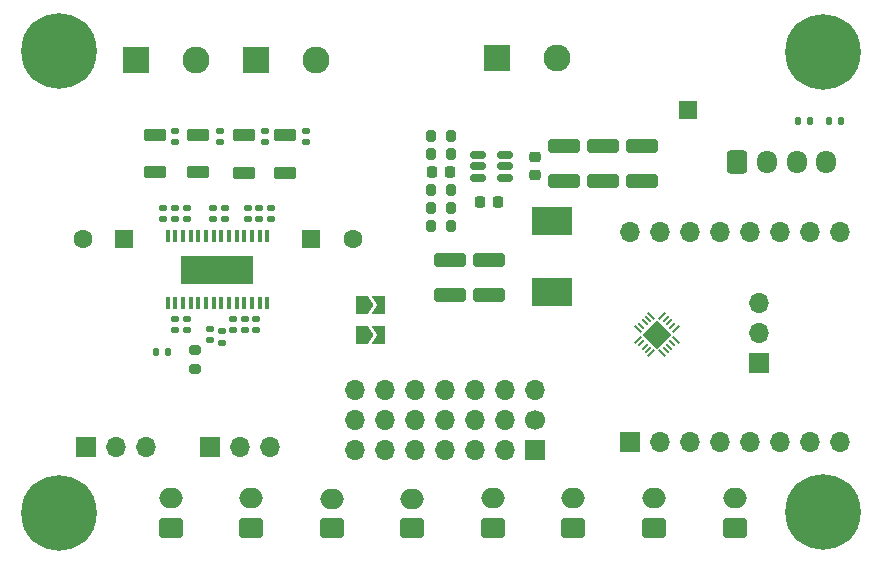
<source format=gbr>
G04 #@! TF.GenerationSoftware,KiCad,Pcbnew,7.0.5*
G04 #@! TF.CreationDate,2024-02-12T19:58:57-06:00*
G04 #@! TF.ProjectId,ATTinyBreakOut_DFRobot_Amp,41545469-6e79-4427-9265-616b4f75745f,rev?*
G04 #@! TF.SameCoordinates,Original*
G04 #@! TF.FileFunction,Soldermask,Top*
G04 #@! TF.FilePolarity,Negative*
%FSLAX46Y46*%
G04 Gerber Fmt 4.6, Leading zero omitted, Abs format (unit mm)*
G04 Created by KiCad (PCBNEW 7.0.5) date 2024-02-12 19:58:57*
%MOMM*%
%LPD*%
G01*
G04 APERTURE LIST*
G04 Aperture macros list*
%AMRoundRect*
0 Rectangle with rounded corners*
0 $1 Rounding radius*
0 $2 $3 $4 $5 $6 $7 $8 $9 X,Y pos of 4 corners*
0 Add a 4 corners polygon primitive as box body*
4,1,4,$2,$3,$4,$5,$6,$7,$8,$9,$2,$3,0*
0 Add four circle primitives for the rounded corners*
1,1,$1+$1,$2,$3*
1,1,$1+$1,$4,$5*
1,1,$1+$1,$6,$7*
1,1,$1+$1,$8,$9*
0 Add four rect primitives between the rounded corners*
20,1,$1+$1,$2,$3,$4,$5,0*
20,1,$1+$1,$4,$5,$6,$7,0*
20,1,$1+$1,$6,$7,$8,$9,0*
20,1,$1+$1,$8,$9,$2,$3,0*%
%AMRotRect*
0 Rectangle, with rotation*
0 The origin of the aperture is its center*
0 $1 length*
0 $2 width*
0 $3 Rotation angle, in degrees counterclockwise*
0 Add horizontal line*
21,1,$1,$2,0,0,$3*%
%AMFreePoly0*
4,1,6,1.000000,0.000000,0.500000,-0.750000,-0.500000,-0.750000,-0.500000,0.750000,0.500000,0.750000,1.000000,0.000000,1.000000,0.000000,$1*%
%AMFreePoly1*
4,1,6,0.500000,-0.750000,-0.650000,-0.750000,-0.150000,0.000000,-0.650000,0.750000,0.500000,0.750000,0.500000,-0.750000,0.500000,-0.750000,$1*%
%AMFreePoly2*
4,1,14,0.334644,0.085355,0.385355,0.034644,0.400000,-0.000711,0.400000,-0.050000,0.385355,-0.085355,0.350000,-0.100000,-0.350000,-0.100000,-0.385355,-0.085355,-0.400000,-0.050000,-0.400000,0.050000,-0.385355,0.085355,-0.350000,0.100000,0.299289,0.100000,0.334644,0.085355,0.334644,0.085355,$1*%
%AMFreePoly3*
4,1,14,0.385355,0.085355,0.400000,0.050000,0.400000,0.000711,0.385355,-0.034644,0.334644,-0.085355,0.299289,-0.100000,-0.350000,-0.100000,-0.385355,-0.085355,-0.400000,-0.050000,-0.400000,0.050000,-0.385355,0.085355,-0.350000,0.100000,0.350000,0.100000,0.385355,0.085355,0.385355,0.085355,$1*%
%AMFreePoly4*
4,1,14,0.085355,0.385355,0.100000,0.350000,0.100000,-0.350000,0.085355,-0.385355,0.050000,-0.400000,-0.050000,-0.400000,-0.085355,-0.385355,-0.100000,-0.350000,-0.100000,0.299289,-0.085355,0.334644,-0.034644,0.385355,0.000711,0.400000,0.050000,0.400000,0.085355,0.385355,0.085355,0.385355,$1*%
%AMFreePoly5*
4,1,14,0.034644,0.385355,0.085355,0.334644,0.100000,0.299289,0.100000,-0.350000,0.085355,-0.385355,0.050000,-0.400000,-0.050000,-0.400000,-0.085355,-0.385355,-0.100000,-0.350000,-0.100000,0.350000,-0.085355,0.385355,-0.050000,0.400000,-0.000711,0.400000,0.034644,0.385355,0.034644,0.385355,$1*%
%AMFreePoly6*
4,1,14,0.385355,0.085355,0.400000,0.050000,0.400000,-0.050000,0.385355,-0.085355,0.350000,-0.100000,-0.299289,-0.100000,-0.334644,-0.085355,-0.385355,-0.034644,-0.400000,0.000711,-0.400000,0.050000,-0.385355,0.085355,-0.350000,0.100000,0.350000,0.100000,0.385355,0.085355,0.385355,0.085355,$1*%
%AMFreePoly7*
4,1,14,0.385355,0.085355,0.400000,0.050000,0.400000,-0.050000,0.385355,-0.085355,0.350000,-0.100000,-0.350000,-0.100000,-0.385355,-0.085355,-0.400000,-0.050000,-0.400000,-0.000711,-0.385355,0.034644,-0.334644,0.085355,-0.299289,0.100000,0.350000,0.100000,0.385355,0.085355,0.385355,0.085355,$1*%
%AMFreePoly8*
4,1,14,0.085355,0.385355,0.100000,0.350000,0.100000,-0.299289,0.085355,-0.334644,0.034644,-0.385355,-0.000711,-0.400000,-0.050000,-0.400000,-0.085355,-0.385355,-0.100000,-0.350000,-0.100000,0.350000,-0.085355,0.385355,-0.050000,0.400000,0.050000,0.400000,0.085355,0.385355,0.085355,0.385355,$1*%
%AMFreePoly9*
4,1,14,0.085355,0.385355,0.100000,0.350000,0.100000,-0.350000,0.085355,-0.385355,0.050000,-0.400000,0.000711,-0.400000,-0.034644,-0.385355,-0.085355,-0.334644,-0.100000,-0.299289,-0.100000,0.350000,-0.085355,0.385355,-0.050000,0.400000,0.050000,0.400000,0.085355,0.385355,0.085355,0.385355,$1*%
G04 Aperture macros list end*
%ADD10R,2.286000X2.286000*%
%ADD11C,2.286000*%
%ADD12RoundRect,0.150000X0.512500X0.150000X-0.512500X0.150000X-0.512500X-0.150000X0.512500X-0.150000X0*%
%ADD13RoundRect,0.140000X-0.170000X0.140000X-0.170000X-0.140000X0.170000X-0.140000X0.170000X0.140000X0*%
%ADD14RoundRect,0.250000X-1.100000X0.325000X-1.100000X-0.325000X1.100000X-0.325000X1.100000X0.325000X0*%
%ADD15RoundRect,0.225000X-0.225000X-0.250000X0.225000X-0.250000X0.225000X0.250000X-0.225000X0.250000X0*%
%ADD16RoundRect,0.250000X0.750000X-0.600000X0.750000X0.600000X-0.750000X0.600000X-0.750000X-0.600000X0*%
%ADD17O,2.000000X1.700000*%
%ADD18R,1.700000X1.700000*%
%ADD19O,1.700000X1.700000*%
%ADD20RoundRect,0.250000X0.700000X-0.275000X0.700000X0.275000X-0.700000X0.275000X-0.700000X-0.275000X0*%
%ADD21RoundRect,0.200000X0.275000X-0.200000X0.275000X0.200000X-0.275000X0.200000X-0.275000X-0.200000X0*%
%ADD22RoundRect,0.140000X0.170000X-0.140000X0.170000X0.140000X-0.170000X0.140000X-0.170000X-0.140000X0*%
%ADD23C,1.700000*%
%ADD24RoundRect,0.200000X-0.200000X-0.275000X0.200000X-0.275000X0.200000X0.275000X-0.200000X0.275000X0*%
%ADD25C,6.400000*%
%ADD26RoundRect,0.200000X0.200000X0.275000X-0.200000X0.275000X-0.200000X-0.275000X0.200000X-0.275000X0*%
%ADD27RoundRect,0.250000X-0.600000X-0.725000X0.600000X-0.725000X0.600000X0.725000X-0.600000X0.725000X0*%
%ADD28O,1.700000X1.950000*%
%ADD29RoundRect,0.135000X-0.135000X-0.185000X0.135000X-0.185000X0.135000X0.185000X-0.135000X0.185000X0*%
%ADD30R,1.600000X1.600000*%
%ADD31C,1.600000*%
%ADD32RoundRect,0.250000X1.100000X-0.325000X1.100000X0.325000X-1.100000X0.325000X-1.100000X-0.325000X0*%
%ADD33FreePoly0,0.000000*%
%ADD34FreePoly1,0.000000*%
%ADD35R,3.500000X2.350000*%
%ADD36FreePoly2,135.000000*%
%ADD37RoundRect,0.050000X0.282843X-0.212132X-0.212132X0.282843X-0.282843X0.212132X0.212132X-0.282843X0*%
%ADD38FreePoly3,135.000000*%
%ADD39FreePoly4,135.000000*%
%ADD40RoundRect,0.050000X0.282843X0.212132X0.212132X0.282843X-0.282843X-0.212132X-0.212132X-0.282843X0*%
%ADD41FreePoly5,135.000000*%
%ADD42FreePoly6,135.000000*%
%ADD43FreePoly7,135.000000*%
%ADD44FreePoly8,135.000000*%
%ADD45FreePoly9,135.000000*%
%ADD46RotRect,1.700000X1.700000X135.000000*%
%ADD47R,1.500000X1.500000*%
%ADD48RoundRect,0.225000X-0.250000X0.225000X-0.250000X-0.225000X0.250000X-0.225000X0.250000X0.225000X0*%
%ADD49R,6.170000X2.400000*%
%ADD50R,0.400000X1.100000*%
G04 APERTURE END LIST*
D10*
X149260000Y-73300000D03*
D11*
X154340000Y-73300000D03*
D12*
X150001500Y-83420000D03*
X150001500Y-82470000D03*
X150001500Y-81520000D03*
X147726500Y-81520000D03*
X147726500Y-82470000D03*
X147726500Y-83420000D03*
D13*
X124990000Y-96200000D03*
X124990000Y-97160000D03*
D14*
X158262000Y-80741000D03*
X158262000Y-83691000D03*
D15*
X147835000Y-85518000D03*
X149385000Y-85518000D03*
D16*
X169450000Y-113090000D03*
D17*
X169450000Y-110590000D03*
D13*
X123040000Y-95380000D03*
X123040000Y-96340000D03*
D10*
X118760000Y-73500000D03*
D11*
X123840000Y-73500000D03*
D18*
X171500000Y-99100000D03*
D19*
X171500000Y-96560000D03*
X171500000Y-94020000D03*
D20*
X127881000Y-82996000D03*
X127881000Y-79846000D03*
D21*
X123760000Y-99645000D03*
X123760000Y-97995000D03*
D14*
X161564000Y-80741000D03*
X161564000Y-83691000D03*
D13*
X127940000Y-95400000D03*
X127940000Y-96360000D03*
D14*
X154960000Y-80741000D03*
X154960000Y-83691000D03*
D22*
X128920000Y-96360000D03*
X128920000Y-95400000D03*
D23*
X152520000Y-103970000D03*
D19*
X152520000Y-101430000D03*
X149980000Y-103970000D03*
X149980000Y-101430000D03*
X147440000Y-103970000D03*
X147440000Y-101430000D03*
X144900000Y-103970000D03*
X144900000Y-101430000D03*
X142360000Y-103970000D03*
X142360000Y-101430000D03*
X139820000Y-103970000D03*
X139820000Y-101430000D03*
X137280000Y-103970000D03*
X137280000Y-101430000D03*
D13*
X126960000Y-95400000D03*
X126960000Y-96360000D03*
D24*
X143721000Y-87550000D03*
X145371000Y-87550000D03*
D22*
X129191600Y-86936200D03*
X129191600Y-85976200D03*
D16*
X121700000Y-113090000D03*
D17*
X121700000Y-110590000D03*
D20*
X123955000Y-82985000D03*
X123955000Y-79835000D03*
D18*
X160600000Y-105800000D03*
D19*
X160600000Y-88020000D03*
X163140000Y-105800000D03*
X163140000Y-88020000D03*
X165680000Y-105800000D03*
X165680000Y-88020000D03*
X168220000Y-105800000D03*
X168220000Y-88020000D03*
X170760000Y-105800000D03*
X170760000Y-88020000D03*
X173300000Y-105800000D03*
X173300000Y-88020000D03*
X175840000Y-105800000D03*
X175840000Y-88020000D03*
X178380000Y-105800000D03*
X178380000Y-88020000D03*
D20*
X120315000Y-82985000D03*
X120315000Y-79835000D03*
D13*
X126280000Y-85990000D03*
X126280000Y-86950000D03*
D16*
X162580000Y-113080000D03*
D17*
X162580000Y-110580000D03*
D16*
X142130000Y-113100000D03*
D17*
X142130000Y-110600000D03*
D25*
X176900000Y-111700000D03*
D26*
X145371000Y-81454000D03*
X143721000Y-81454000D03*
D16*
X148935000Y-113090000D03*
D17*
X148935000Y-110590000D03*
D27*
X169660000Y-82100000D03*
D28*
X172160000Y-82100000D03*
X174660000Y-82100000D03*
X177160000Y-82100000D03*
D29*
X177410000Y-78660000D03*
X178430000Y-78660000D03*
D30*
X117750000Y-88610000D03*
D31*
X114250000Y-88610000D03*
D13*
X123080000Y-85970000D03*
X123080000Y-86930000D03*
D16*
X135330000Y-113100000D03*
D17*
X135330000Y-110600000D03*
D32*
X148610000Y-93343000D03*
X148610000Y-90393000D03*
D18*
X114520000Y-106200000D03*
D19*
X117060000Y-106200000D03*
X119600000Y-106200000D03*
D18*
X152520000Y-106510000D03*
D19*
X149980000Y-106510000D03*
X147440000Y-106510000D03*
X144900000Y-106510000D03*
X142360000Y-106510000D03*
X139820000Y-106510000D03*
X137280000Y-106510000D03*
D33*
X137900000Y-94180000D03*
D34*
X139350000Y-94180000D03*
D16*
X155750000Y-113090000D03*
D17*
X155750000Y-110590000D03*
D22*
X125890000Y-80450000D03*
X125890000Y-79490000D03*
D26*
X145371000Y-86026000D03*
X143721000Y-86026000D03*
D24*
X143721000Y-84502000D03*
X145371000Y-84502000D03*
D13*
X122080000Y-79480000D03*
X122080000Y-80440000D03*
X129650000Y-79490000D03*
X129650000Y-80450000D03*
D10*
X128920000Y-73500000D03*
D11*
X134000000Y-73500000D03*
D35*
X153944000Y-87065000D03*
X153944000Y-93115000D03*
D15*
X143771000Y-82978000D03*
X145321000Y-82978000D03*
D36*
X163300000Y-98300000D03*
D37*
X163582843Y-98017158D03*
X163865686Y-97734315D03*
X164148529Y-97451472D03*
D38*
X164431371Y-97168629D03*
D39*
X164431371Y-96249391D03*
D40*
X164148529Y-95966548D03*
X163865686Y-95683705D03*
X163582843Y-95400862D03*
D41*
X163300000Y-95118020D03*
D42*
X162380762Y-95118020D03*
D37*
X162097919Y-95400862D03*
X161815076Y-95683705D03*
X161532233Y-95966548D03*
D43*
X161249391Y-96249391D03*
D44*
X161249391Y-97168629D03*
D40*
X161532233Y-97451472D03*
X161815076Y-97734315D03*
X162097919Y-98017158D03*
D45*
X162380762Y-98300000D03*
D46*
X162840381Y-96709010D03*
D22*
X122079600Y-86936200D03*
X122079600Y-85976200D03*
D13*
X125280000Y-85990000D03*
X125280000Y-86950000D03*
D47*
X165460000Y-77730000D03*
D18*
X125020000Y-106200000D03*
D19*
X127560000Y-106200000D03*
X130100000Y-106200000D03*
D25*
X112200000Y-72700000D03*
D48*
X152547000Y-81695000D03*
X152547000Y-83245000D03*
D13*
X128180000Y-85970000D03*
X128180000Y-86930000D03*
D32*
X145308000Y-93343000D03*
X145308000Y-90393000D03*
D49*
X125635600Y-91223200D03*
D50*
X121410600Y-94073200D03*
X122060600Y-94073200D03*
X122710600Y-94073200D03*
X123360600Y-94073200D03*
X124010600Y-94073200D03*
X124660600Y-94073200D03*
X125310600Y-94073200D03*
X125960600Y-94073200D03*
X126610600Y-94073200D03*
X127260600Y-94073200D03*
X127910600Y-94073200D03*
X128560600Y-94073200D03*
X129210600Y-94073200D03*
X129860600Y-94073200D03*
X129860600Y-88373200D03*
X129210600Y-88373200D03*
X128560600Y-88373200D03*
X127910600Y-88373200D03*
X127260600Y-88373200D03*
X126610600Y-88373200D03*
X125960600Y-88373200D03*
X125310600Y-88373200D03*
X124660600Y-88373200D03*
X124010600Y-88373200D03*
X123360600Y-88373200D03*
X122710600Y-88373200D03*
X122060600Y-88373200D03*
X121410600Y-88373200D03*
D24*
X143721000Y-79930000D03*
X145371000Y-79930000D03*
D22*
X130207600Y-86936200D03*
X130207600Y-85976200D03*
D13*
X125990000Y-96450000D03*
X125990000Y-97410000D03*
D30*
X133570000Y-88610000D03*
D31*
X137070000Y-88610000D03*
D20*
X131381000Y-82996000D03*
X131381000Y-79846000D03*
D29*
X120390000Y-98150000D03*
X121410000Y-98150000D03*
D22*
X121063600Y-86936200D03*
X121063600Y-85976200D03*
D16*
X128510000Y-113090000D03*
D17*
X128510000Y-110590000D03*
D22*
X122030000Y-96340000D03*
X122030000Y-95380000D03*
D29*
X174800000Y-78670000D03*
X175820000Y-78670000D03*
D25*
X176900000Y-72800000D03*
D33*
X137900000Y-96780000D03*
D34*
X139350000Y-96780000D03*
D22*
X133108946Y-80428946D03*
X133108946Y-79468946D03*
D25*
X112200000Y-111800000D03*
M02*

</source>
